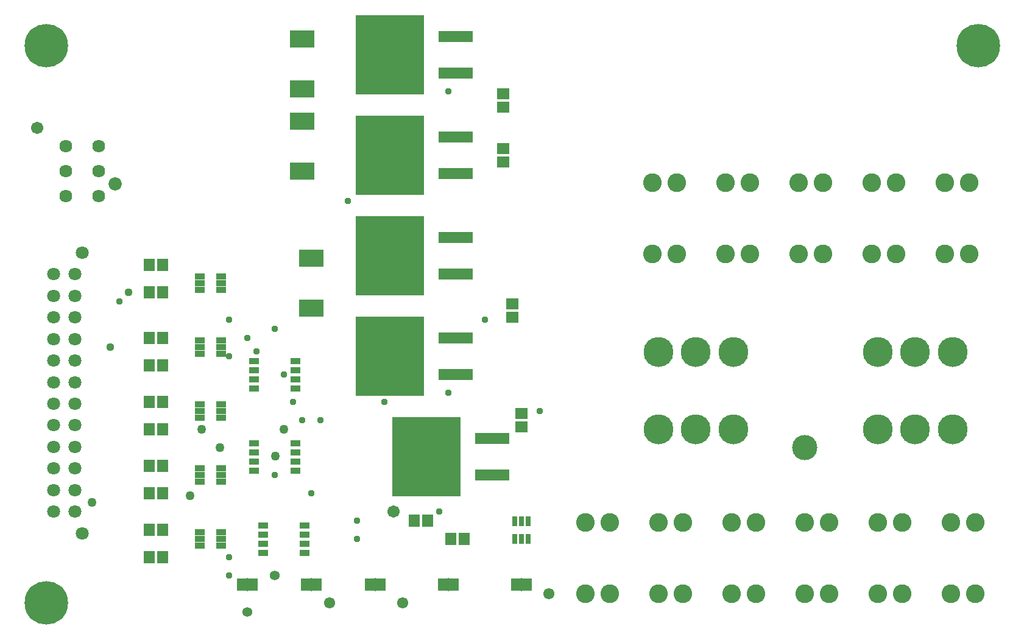
<source format=gbr>
G04 EAGLE Gerber RS-274X export*
G75*
%MOMM*%
%FSLAX34Y34*%
%LPD*%
%INSoldermask Top*%
%IPPOS*%
%AMOC8*
5,1,8,0,0,1.08239X$1,22.5*%
G01*
%ADD10R,4.803200X1.553200*%
%ADD11R,9.603200X11.003200*%
%ADD12C,4.163200*%
%ADD13C,2.603200*%
%ADD14R,1.703200X1.503200*%
%ADD15R,1.503200X1.703200*%
%ADD16R,0.803200X1.453200*%
%ADD17R,1.384300X0.812800*%
%ADD18R,1.371600X1.803400*%
%ADD19R,0.152400X1.828800*%
%ADD20R,1.415200X0.903200*%
%ADD21C,6.045200*%
%ADD22C,3.503200*%
%ADD23C,1.793200*%
%ADD24C,1.843200*%
%ADD25C,1.808200*%
%ADD26R,3.383200X2.453200*%
%ADD27C,1.703200*%
%ADD28C,0.959600*%
%ADD29C,1.109600*%
%ADD30C,1.259600*%
%ADD31C,1.359600*%
%ADD32C,1.553200*%


D10*
X620300Y787400D03*
X620300Y838200D03*
D11*
X528800Y812800D03*
D10*
X620300Y368300D03*
X620300Y419100D03*
D11*
X528800Y393700D03*
D10*
X620300Y647700D03*
X620300Y698500D03*
D11*
X528800Y673100D03*
D12*
X901700Y292100D03*
X901700Y400100D03*
X953800Y292100D03*
X953800Y400100D03*
X1005900Y292100D03*
X1005900Y400100D03*
X1206500Y292100D03*
X1206500Y400100D03*
X1258600Y292100D03*
X1258600Y400100D03*
X1310700Y292100D03*
X1310700Y400100D03*
D13*
X1231900Y635000D03*
X1197900Y635000D03*
X1231900Y535800D03*
X1197900Y535800D03*
X1333500Y635000D03*
X1299500Y635000D03*
X1333500Y535800D03*
X1299500Y535800D03*
X1206500Y63500D03*
X1240500Y63500D03*
X1206500Y162700D03*
X1240500Y162700D03*
X927100Y635000D03*
X893100Y635000D03*
X927100Y535800D03*
X893100Y535800D03*
X1130300Y635000D03*
X1096300Y635000D03*
X1130300Y535800D03*
X1096300Y535800D03*
X1028700Y635000D03*
X994700Y635000D03*
X1028700Y535800D03*
X994700Y535800D03*
X1003300Y63500D03*
X1037300Y63500D03*
X1003300Y162700D03*
X1037300Y162700D03*
X1104900Y63500D03*
X1138900Y63500D03*
X1104900Y162700D03*
X1138900Y162700D03*
X901700Y63500D03*
X935700Y63500D03*
X901700Y162700D03*
X935700Y162700D03*
X1308100Y63500D03*
X1342100Y63500D03*
X1308100Y162700D03*
X1342100Y162700D03*
X800100Y63500D03*
X834100Y63500D03*
X800100Y162700D03*
X834100Y162700D03*
D14*
X685800Y739800D03*
X685800Y758800D03*
X685800Y682600D03*
X685800Y663600D03*
D15*
X193700Y520700D03*
X212700Y520700D03*
D16*
X701700Y139900D03*
X711200Y139900D03*
X720700Y139900D03*
X720700Y164900D03*
X711200Y164900D03*
X701700Y164900D03*
D10*
X620300Y508000D03*
X620300Y558800D03*
D11*
X528800Y533400D03*
D14*
X698500Y466700D03*
X698500Y447700D03*
X711200Y314300D03*
X711200Y295300D03*
D10*
X671100Y228600D03*
X671100Y279400D03*
D11*
X579600Y254000D03*
D15*
X612800Y139700D03*
X631800Y139700D03*
X581000Y165100D03*
X562000Y165100D03*
D17*
X264732Y504800D03*
X264732Y495300D03*
X264732Y485800D03*
X294069Y485800D03*
X294069Y495300D03*
X294069Y504800D03*
X264732Y415900D03*
X264732Y406400D03*
X264732Y396900D03*
X294069Y396900D03*
X294069Y406400D03*
X294069Y415900D03*
D15*
X193700Y482600D03*
X212700Y482600D03*
X193700Y419100D03*
X212700Y419100D03*
X193700Y381000D03*
X212700Y381000D03*
D18*
X703580Y76200D03*
X718820Y76200D03*
D19*
X711200Y76200D03*
D18*
X617220Y76200D03*
X601980Y76200D03*
D19*
X609600Y76200D03*
D17*
X264732Y327000D03*
X264732Y317500D03*
X264732Y308000D03*
X294069Y308000D03*
X294069Y317500D03*
X294069Y327000D03*
X264732Y238100D03*
X264732Y228600D03*
X264732Y219100D03*
X294069Y219100D03*
X294069Y228600D03*
X294069Y238100D03*
D15*
X193700Y330200D03*
X212700Y330200D03*
X193700Y241300D03*
X212700Y241300D03*
X193700Y203200D03*
X212700Y203200D03*
X193700Y292100D03*
X212700Y292100D03*
D18*
X426720Y76200D03*
X411480Y76200D03*
D19*
X419100Y76200D03*
D18*
X500380Y76200D03*
X515620Y76200D03*
D19*
X508000Y76200D03*
D17*
X264732Y149200D03*
X264732Y139700D03*
X264732Y130200D03*
X294069Y130200D03*
X294069Y139700D03*
X294069Y149200D03*
D15*
X193700Y114300D03*
X212700Y114300D03*
X193700Y152400D03*
X212700Y152400D03*
D18*
X322580Y76200D03*
X337820Y76200D03*
D19*
X330200Y76200D03*
D20*
X339360Y387350D03*
X339360Y374650D03*
X339360Y361950D03*
X339360Y349250D03*
X397240Y349250D03*
X397240Y361950D03*
X397240Y374650D03*
X397240Y387350D03*
X339360Y273050D03*
X339360Y260350D03*
X339360Y247650D03*
X339360Y234950D03*
X397240Y234950D03*
X397240Y247650D03*
X397240Y260350D03*
X397240Y273050D03*
X352060Y158750D03*
X352060Y146050D03*
X352060Y133350D03*
X352060Y120650D03*
X409940Y120650D03*
X409940Y133350D03*
X409940Y146050D03*
X409940Y158750D03*
D21*
X50800Y50800D03*
X1346200Y825500D03*
X50800Y825500D03*
D22*
X1104900Y266700D03*
D23*
X78050Y616450D03*
X78050Y651450D03*
X78050Y686450D03*
X124050Y616450D03*
X124050Y651450D03*
X124050Y686450D03*
D24*
X146350Y633950D03*
D25*
X61200Y177900D03*
X61200Y207900D03*
X61200Y237900D03*
X61200Y267900D03*
X61200Y297900D03*
X61200Y327900D03*
X61200Y357900D03*
X61200Y387900D03*
X61200Y417900D03*
X61200Y447900D03*
X61200Y477900D03*
X61200Y507900D03*
X91200Y177900D03*
X91200Y207900D03*
X91200Y237900D03*
X91200Y267900D03*
X91200Y297900D03*
X91200Y327900D03*
X91200Y357900D03*
X91200Y387900D03*
X91200Y417900D03*
X91200Y447900D03*
X91200Y477900D03*
X91200Y507900D03*
X100600Y537900D03*
X100600Y147900D03*
D26*
X406400Y834650D03*
X406400Y765550D03*
X406400Y720350D03*
X406400Y651250D03*
X419100Y529850D03*
X419100Y460750D03*
D27*
X38100Y711200D03*
D28*
X609600Y762000D03*
X469900Y609600D03*
D29*
X165100Y482600D03*
D28*
X609600Y342900D03*
X152400Y469900D03*
D27*
X533400Y177800D03*
D28*
X482600Y139700D03*
X393700Y330200D03*
X304800Y393700D03*
D30*
X369636Y255336D03*
X292100Y266700D03*
X266700Y292100D03*
X250460Y199660D03*
X381000Y292100D03*
X114300Y190500D03*
D28*
X660400Y444500D03*
X736600Y317500D03*
X520700Y330200D03*
X368300Y431800D03*
X330200Y419100D03*
D29*
X139700Y406400D03*
D28*
X596900Y177800D03*
D31*
X368300Y88900D03*
X330200Y38100D03*
D28*
X304800Y88900D03*
X304800Y114300D03*
X431800Y304800D03*
X381000Y368300D03*
X342900Y400332D03*
X304800Y444500D03*
D32*
X749300Y63500D03*
D28*
X482600Y165100D03*
X406400Y304800D03*
D32*
X444500Y50800D03*
D28*
X419100Y203200D03*
X368300Y228600D03*
D32*
X546100Y50800D03*
M02*

</source>
